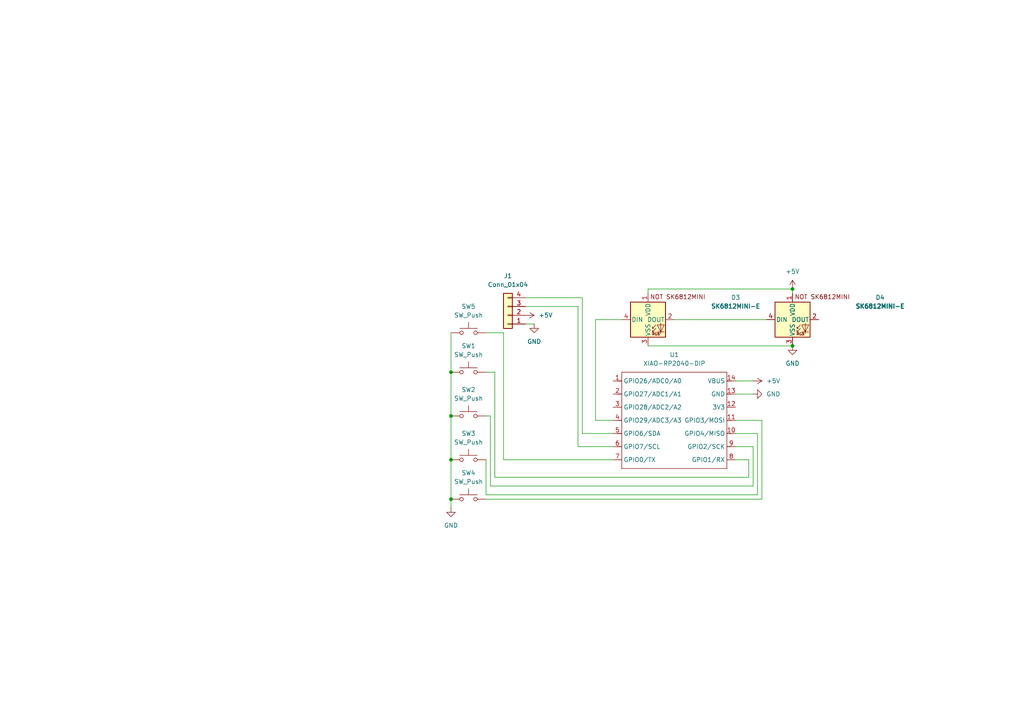
<source format=kicad_sch>
(kicad_sch (version 20250114) (generator "eeschema") (generator_version "9.0")
  (paper "A4")
  (lib_symbols
    (symbol "Connector_Generic:Conn_01x04" (pin_names (offset 1.016) (hide yes))
      (property "Reference" "J" (at 0 5.08 0))
      (property "Value" "Conn_01x04" (at 0 -7.62 0))
      (symbol "Conn_01x04_1_1"
        (rectangle (start -1.27 3.81) (end 1.27 -6.35) (stroke (width 0.254)) (fill (type background)))
        (rectangle (start -1.27 2.667) (end 0 2.413) (stroke (width 0.1524)))
        (rectangle (start -1.27 0.127) (end 0 -0.127) (stroke (width 0.1524)))
        (rectangle (start -1.27 -2.413) (end 0 -2.667) (stroke (width 0.1524)))
        (rectangle (start -1.27 -4.953) (end 0 -5.207) (stroke (width 0.1524)))
        (pin passive line (at -5.08 2.54 0) (length 3.81) (name "Pin_1") (number "1"))
        (pin passive line (at -5.08 0 0) (length 3.81) (name "Pin_2") (number "2"))
        (pin passive line (at -5.08 -2.54 0) (length 3.81) (name "Pin_3") (number "3"))
        (pin passive line (at -5.08 -5.08 0) (length 3.81) (name "Pin_4") (number "4"))
      )
    )
    (symbol "LED Fixed:SK6812MINI-E" (pin_names (offset 0.254))
      (property "Reference" "D" (at -3.556 5.842 0))
      (property "Value" "SK6812MINI-E" (at 1.27 -5.715 0))
      (symbol "SK6812MINI-E_0_0"
        (text "RGB" (at 2.286 -4.191 0) (effects (font (size 0.762 0.762))))
      )
      (symbol "SK6812MINI-E_0_1"
        (rectangle (start -5.08 5.08) (end 5.08 -5.08) (stroke (width 0.254)) (fill (type background)))
        (polyline (pts (xy 1.27 -2.54) (xy 1.778 -2.54)))
        (polyline (pts (xy 1.27 -3.556) (xy 1.778 -3.556)))
        (polyline (pts (xy 2.286 -1.524) (xy 1.27 -2.54) (xy 1.27 -2.032)))
        (polyline (pts (xy 2.286 -2.54) (xy 1.27 -3.556) (xy 1.27 -3.048)))
        (polyline (pts (xy 3.683 -1.016) (xy 3.683 -3.556) (xy 3.683 -4.064)))
        (polyline (pts (xy 4.699 -1.524) (xy 2.667 -1.524) (xy 3.683 -3.556) (xy 4.699 -1.524)))
        (polyline (pts (xy 4.699 -3.556) (xy 2.667 -3.556)))
      )
      (symbol "SK6812MINI-E_1_1"
        (text "NOT SK6812MINI" (at 8.636 6.604 0) (effects (font (size 1.27 1.27))))
        (pin input line (at -7.62 0 0) (length 2.54) (name "DIN") (number "4"))
        (pin power_in line (at 0 7.62 270) (length 2.54) (name "VDD") (number "1"))
        (pin power_in line (at 0 -7.62 90) (length 2.54) (name "VSS") (number "3"))
        (pin output line (at 7.62 0 180) (length 2.54) (name "DOUT") (number "2"))
      )
    )
    (symbol "OPL Library:XIAO-RP2040-DIP"
      (property "Reference" "U" (at 0 0 0))
      (property "Value" "XIAO-RP2040-DIP" (at 5.334 -1.778 0))
      (symbol "XIAO-RP2040-DIP_1_0"
        (polyline (pts (xy -1.27 -2.54) (xy 29.21 -2.54)) (stroke (width 0.1524)))
        (polyline (pts (xy -1.27 -5.08) (xy -2.54 -5.08)) (stroke (width 0.1524)))
        (polyline (pts (xy -1.27 -5.08) (xy -1.27 -2.54)) (stroke (width 0.1524)))
        (polyline (pts (xy -1.27 -8.89) (xy -2.54 -8.89)) (stroke (width 0.1524)))
        (polyline (pts (xy -1.27 -8.89) (xy -1.27 -5.08)) (stroke (width 0.1524)))
        (polyline (pts (xy -1.27 -12.7) (xy -2.54 -12.7)) (stroke (width 0.1524)))
        (polyline (pts (xy -1.27 -12.7) (xy -1.27 -8.89)) (stroke (width 0.1524)))
        (polyline (pts (xy -1.27 -16.51) (xy -2.54 -16.51)) (stroke (width 0.1524)))
        (polyline (pts (xy -1.27 -16.51) (xy -1.27 -12.7)) (stroke (width 0.1524)))
        (polyline (pts (xy -1.27 -20.32) (xy -2.54 -20.32)) (stroke (width 0.1524)))
        (polyline (pts (xy -1.27 -24.13) (xy -2.54 -24.13)) (stroke (width 0.1524)))
        (polyline (pts (xy -1.27 -27.94) (xy -2.54 -27.94)) (stroke (width 0.1524)))
        (polyline (pts (xy -1.27 -30.48) (xy -1.27 -16.51)) (stroke (width 0.1524)))
        (polyline (pts (xy 29.21 -2.54) (xy 29.21 -5.08)) (stroke (width 0.1524)))
        (polyline (pts (xy 29.21 -5.08) (xy 29.21 -8.89)) (stroke (width 0.1524)))
        (polyline (pts (xy 29.21 -8.89) (xy 29.21 -12.7)) (stroke (width 0.1524)))
        (polyline (pts (xy 29.21 -12.7) (xy 29.21 -30.48)) (stroke (width 0.1524)))
        (polyline (pts (xy 29.21 -30.48) (xy -1.27 -30.48)) (stroke (width 0.1524)))
        (polyline (pts (xy 30.48 -5.08) (xy 29.21 -5.08)) (stroke (width 0.1524)))
        (polyline (pts (xy 30.48 -8.89) (xy 29.21 -8.89)) (stroke (width 0.1524)))
        (polyline (pts (xy 30.48 -12.7) (xy 29.21 -12.7)) (stroke (width 0.1524)))
        (polyline (pts (xy 30.48 -16.51) (xy 29.21 -16.51)) (stroke (width 0.1524)))
        (polyline (pts (xy 30.48 -20.32) (xy 29.21 -20.32)) (stroke (width 0.1524)))
        (polyline (pts (xy 30.48 -24.13) (xy 29.21 -24.13)) (stroke (width 0.1524)))
        (polyline (pts (xy 30.48 -27.94) (xy 29.21 -27.94)) (stroke (width 0.1524)))
        (pin passive line (at -3.81 -5.08 0) (length 2.54) (name "GPIO26/ADC0/A0") (number "1"))
        (pin passive line (at -3.81 -8.89 0) (length 2.54) (name "GPIO27/ADC1/A1") (number "2"))
        (pin passive line (at -3.81 -12.7 0) (length 2.54) (name "GPIO28/ADC2/A2") (number "3"))
        (pin passive line (at -3.81 -16.51 0) (length 2.54) (name "GPIO29/ADC3/A3") (number "4"))
        (pin passive line (at -3.81 -20.32 0) (length 2.54) (name "GPIO6/SDA") (number "5"))
        (pin passive line (at -3.81 -24.13 0) (length 2.54) (name "GPIO7/SCL") (number "6"))
        (pin passive line (at -3.81 -27.94 0) (length 2.54) (name "GPIO0/TX") (number "7"))
        (pin passive line (at 31.75 -5.08 180) (length 2.54) (name "VBUS") (number "14"))
        (pin passive line (at 31.75 -8.89 180) (length 2.54) (name "GND") (number "13"))
        (pin passive line (at 31.75 -12.7 180) (length 2.54) (name "3V3") (number "12"))
        (pin passive line (at 31.75 -16.51 180) (length 2.54) (name "GPIO3/MOSI") (number "11"))
        (pin passive line (at 31.75 -20.32 180) (length 2.54) (name "GPIO4/MISO") (number "10"))
        (pin passive line (at 31.75 -24.13 180) (length 2.54) (name "GPIO2/SCK") (number "9"))
        (pin passive line (at 31.75 -27.94 180) (length 2.54) (name "GPIO1/RX") (number "8"))
      )
    )
    (symbol "Switch:SW_Push" (pin_numbers (hide yes)) (pin_names (offset 1.016) (hide yes))
      (property "Reference" "SW" (at 1.27 2.54 0))
      (property "Value" "SW_Push" (at 0 -1.524 0))
      (symbol "SW_Push_0_1"
        (circle (center -2.032 0) (radius 0.508))
        (polyline (pts (xy 0 1.27) (xy 0 3.048)))
        (circle (center 2.032 0) (radius 0.508))
        (polyline (pts (xy 2.54 1.27) (xy -2.54 1.27)))
        (pin passive line (at -5.08 0 0) (length 2.54) (name "1") (number "1"))
        (pin passive line (at 5.08 0 180) (length 2.54) (name "2") (number "2"))
      )
    )
    (symbol "power:+5V" (power) (pin_numbers (hide yes)) (pin_names (offset 0) (hide yes))
      (property "Value" "+5V" (at 0 3.556 0))
      (symbol "+5V_0_1"
        (polyline (pts (xy -0.762 1.27) (xy 0 2.54)))
        (polyline (pts (xy 0 2.54) (xy 0.762 1.27)))
        (polyline (pts (xy 0 0) (xy 0 2.54)))
      )
      (symbol "+5V_1_1"
        (pin power_in line (at 0 0 90) (length 0) (name "~") (number "1"))
      )
    )
    (symbol "power:GND" (power) (pin_numbers (hide yes)) (pin_names (offset 0) (hide yes))
      (property "Value" "GND" (at 0 -3.81 0))
      (symbol "GND_0_1"
        (polyline (pts (xy 0 0) (xy 0 -1.27) (xy 1.27 -1.27) (xy 0 -2.54) (xy -1.27 -1.27) (xy 0 -1.27)))
      )
      (symbol "GND_1_1"
        (pin power_in line (at 0 0 270) (length 0) (name "~") (number "1"))
      )
    )
  )
  (junction (at 130.81 144.78))
  (junction (at 130.81 133.35))
  (junction (at 130.81 107.95))
  (junction (at 229.87 83.82))
  (junction (at 229.87 100.33))
  (junction (at 130.81 120.65))
  (wire (pts (xy 154.94 93.98) (xy 152.4 93.98)))
  (wire (pts (xy 143.51 107.95) (xy 143.51 138.43)))
  (wire (pts (xy 213.36 133.35) (xy 217.17 133.35)))
  (wire (pts (xy 130.81 96.52) (xy 130.81 107.95)))
  (wire (pts (xy 220.98 144.78) (xy 220.98 121.92)))
  (wire (pts (xy 167.64 129.54) (xy 167.64 88.9)))
  (wire (pts (xy 172.72 121.92) (xy 177.8 121.92)))
  (wire (pts (xy 172.72 92.71) (xy 172.72 121.92)))
  (wire (pts (xy 229.87 83.82) (xy 229.87 85.09)))
  (wire (pts (xy 213.36 121.92) (xy 220.98 121.92)))
  (wire (pts (xy 177.8 129.54) (xy 167.64 129.54)))
  (wire (pts (xy 187.96 83.82) (xy 229.87 83.82)))
  (wire (pts (xy 168.91 125.73) (xy 168.91 86.36)))
  (wire (pts (xy 142.24 140.97) (xy 218.44 140.97)))
  (wire (pts (xy 130.81 144.78) (xy 130.81 147.32)))
  (wire (pts (xy 187.96 85.09) (xy 187.96 83.82)))
  (wire (pts (xy 143.51 138.43) (xy 217.17 138.43)))
  (wire (pts (xy 218.44 140.97) (xy 218.44 129.54)))
  (wire (pts (xy 213.36 129.54) (xy 218.44 129.54)))
  (wire (pts (xy 130.81 120.65) (xy 130.81 133.35)))
  (wire (pts (xy 130.81 107.95) (xy 130.81 120.65)))
  (wire (pts (xy 140.97 120.65) (xy 142.24 120.65)))
  (wire (pts (xy 213.36 114.3) (xy 218.44 114.3)))
  (wire (pts (xy 187.96 100.33) (xy 229.87 100.33)))
  (wire (pts (xy 140.97 107.95) (xy 143.51 107.95)))
  (wire (pts (xy 140.97 144.78) (xy 220.98 144.78)))
  (wire (pts (xy 177.8 125.73) (xy 168.91 125.73)))
  (wire (pts (xy 168.91 86.36) (xy 152.4 86.36)))
  (wire (pts (xy 140.97 96.52) (xy 146.05 96.52)))
  (wire (pts (xy 130.81 133.35) (xy 130.81 144.78)))
  (wire (pts (xy 142.24 120.65) (xy 142.24 140.97)))
  (wire (pts (xy 146.05 96.52) (xy 146.05 133.35)))
  (wire (pts (xy 167.64 88.9) (xy 152.4 88.9)))
  (wire (pts (xy 140.97 143.51) (xy 219.71 143.51)))
  (wire (pts (xy 172.72 92.71) (xy 180.34 92.71)))
  (wire (pts (xy 213.36 125.73) (xy 219.71 125.73)))
  (wire (pts (xy 219.71 143.51) (xy 219.71 125.73)))
  (wire (pts (xy 217.17 138.43) (xy 217.17 133.35)))
  (wire (pts (xy 213.36 110.49) (xy 218.44 110.49)))
  (wire (pts (xy 146.05 133.35) (xy 177.8 133.35)))
  (wire (pts (xy 195.58 92.71) (xy 222.25 92.71)))
  (wire (pts (xy 140.97 133.35) (xy 140.97 143.51)))
  (symbol (lib_id "power:GND") (at 229.87 100.33 0) (unit 1)
    (property "Reference" "#PWR05" (effects (hide yes)))
    (property "Value" "GND" (at 229.87 105.41 0))
    (property "Description" "Power symbol creates a global label with name \"GND\" , ground" (effects (hide yes)))
  )
  (symbol (lib_id "power:+5V") (at 229.87 83.82 0) (unit 1)
    (property "Reference" "#PWR04" (effects (hide yes)))
    (property "Value" "+5V" (at 229.87 78.74 0))
    (property "Description" "Power symbol creates a global label with name \"+5V\"" (effects (hide yes)))
  )
  (symbol (lib_id "power:GND") (at 130.81 147.32 0) (unit 1)
    (property "Reference" "#PWR03" (effects (hide yes)))
    (property "Value" "GND" (at 130.81 152.4 0))
    (property "Description" "Power symbol creates a global label with name \"GND\" , ground" (effects (hide yes)))
  )
  (symbol (lib_id "Switch:SW_Push") (at 135.89 96.52 0) (unit 1)
    (property "Reference" "SW5" (at 135.89 88.9 0))
    (property "Value" "SW_Push" (at 135.89 91.44 0))
    (property "Footprint" "Button_Switch_Keyboard:SW_Cherry_MX_1.00u_PCB" (effects (hide yes)))
    (property "Description" "Push button switch, generic, two pins" (effects (hide yes)))
  )
  (symbol (lib_id "Switch:SW_Push") (at 135.89 120.65 0) (unit 1)
    (property "Reference" "SW2" (at 135.89 113.03 0))
    (property "Value" "SW_Push" (at 135.89 115.57 0))
    (property "Footprint" "Button_Switch_Keyboard:SW_Cherry_MX_1.00u_PCB" (effects (hide yes)))
    (property "Description" "Push button switch, generic, two pins" (effects (hide yes)))
  )
  (symbol (lib_id "power:+5V") (at 218.44 110.49 270) (unit 1)
    (property "Reference" "#PWR01" (effects (hide yes)))
    (property "Value" "+5V" (at 222.25 110.4899 90) (effects (justify left)))
    (property "Description" "Power symbol creates a global label with name \"+5V\"" (effects (hide yes)))
  )
  (symbol (lib_id "power:GND") (at 218.44 114.3 90) (unit 1)
    (property "Reference" "#PWR02" (effects (hide yes)))
    (property "Value" "GND" (at 222.25 114.2999 90) (effects (justify right)))
    (property "Description" "Power symbol creates a global label with name \"GND\" , ground" (effects (hide yes)))
  )
  (symbol (lib_id "Connector_Generic:Conn_01x04") (at 147.32 91.44 180) (unit 1)
    (property "Reference" "J1" (at 147.32 80.01 0))
    (property "Value" "Conn_01x04" (at 147.32 82.55 0))
    (property "Footprint" "OLED:SSD1306-0.91-OLED-4pin-128x32" (effects (hide yes)))
    (property "Description" "Generic connector, single row, 01x04, script generated (kicad-library-utils/schlib/autogen/connector/)" (effects (hide yes)))
  )
  (symbol (lib_id "Switch:SW_Push") (at 135.89 133.35 0) (unit 1)
    (property "Reference" "SW3" (at 135.89 125.73 0))
    (property "Value" "SW_Push" (at 135.89 128.27 0))
    (property "Footprint" "Button_Switch_Keyboard:SW_Cherry_MX_1.00u_PCB" (effects (hide yes)))
    (property "Description" "Push button switch, generic, two pins" (effects (hide yes)))
  )
  (symbol (lib_id "power:GND") (at 154.94 93.98 0) (unit 1)
    (property "Reference" "#PWR06" (effects (hide yes)))
    (property "Value" "GND" (at 154.94 99.06 0))
    (property "Description" "Power symbol creates a global label with name \"GND\" , ground" (effects (hide yes)))
  )
  (symbol (lib_id "LED Fixed:SK6812MINI-E") (at 229.87 92.71 0) (unit 1)
    (property "Reference" "D4" (at 255.27 86.2898 0))
    (property "Value" "SK6812MINI-E" (at 255.27 88.8299 0) (effects (font (thickness 0.254) (bold yes))))
    (property "Footprint" "LED Fixed:SK6812MINI-E_fixed" (effects (hide yes)))
    (property "Datasheet" "https://cdn-shop.adafruit.com/product-files/4960/4960_SK6812MINI-E_REV02_EN.pdf" (effects (hide yes)))
    (property "Description" "RGB LED with integrated controller" (effects (hide yes)))
  )
  (symbol (lib_id "power:+5V") (at 152.4 91.44 270) (unit 1)
    (property "Reference" "#PWR07" (effects (hide yes)))
    (property "Value" "+5V" (at 156.21 91.4399 90) (effects (justify left)))
    (property "Description" "Power symbol creates a global label with name \"+5V\"" (effects (hide yes)))
  )
  (symbol (lib_id "Switch:SW_Push") (at 135.89 144.78 0) (unit 1)
    (property "Reference" "SW4" (at 135.89 137.16 0))
    (property "Value" "SW_Push" (at 135.89 139.7 0))
    (property "Footprint" "Button_Switch_Keyboard:SW_Cherry_MX_1.00u_PCB" (effects (hide yes)))
    (property "Description" "Push button switch, generic, two pins" (effects (hide yes)))
  )
  (symbol (lib_id "Switch:SW_Push") (at 135.89 107.95 0) (unit 1)
    (property "Reference" "SW1" (at 135.89 100.33 0))
    (property "Value" "SW_Push" (at 135.89 102.87 0))
    (property "Footprint" "Button_Switch_Keyboard:SW_Cherry_MX_1.00u_PCB" (effects (hide yes)))
    (property "Description" "Push button switch, generic, two pins" (effects (hide yes)))
  )
  (symbol (lib_id "LED Fixed:SK6812MINI-E") (at 187.96 92.71 0) (unit 1)
    (property "Reference" "D3" (at 213.36 86.2898 0))
    (property "Value" "SK6812MINI-E" (at 213.36 88.8299 0) (effects (font (thickness 0.254) (bold yes))))
    (property "Footprint" "LED Fixed:SK6812MINI-E_fixed" (effects (hide yes)))
    (property "Datasheet" "https://cdn-shop.adafruit.com/product-files/4960/4960_SK6812MINI-E_REV02_EN.pdf" (effects (hide yes)))
    (property "Description" "RGB LED with integrated controller" (effects (hide yes)))
  )
  (symbol (lib_id "OPL Library:XIAO-RP2040-DIP") (at 181.61 105.41 0) (unit 1)
    (property "Reference" "U1" (at 195.58 102.87 0))
    (property "Value" "XIAO-RP2040-DIP" (at 195.58 105.41 0))
    (property "Footprint" "OPL Library:XIAO-RP2040-DIP" (effects (hide yes)))
  )
)
</source>
